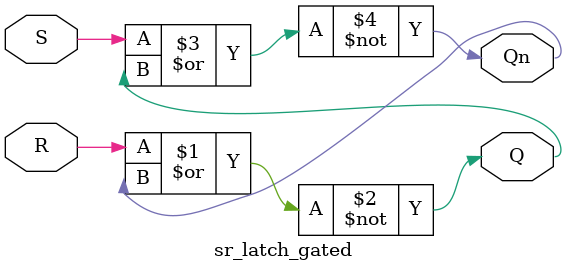
<source format=v>
module sr_latch_gated(Q,Qn,S,R);
   output Q,Qn;
   input S,R;

   wire S1,R1;

   nor(Q,R,Qn);
   nor(Qn,S,Q);
endmodule


</source>
